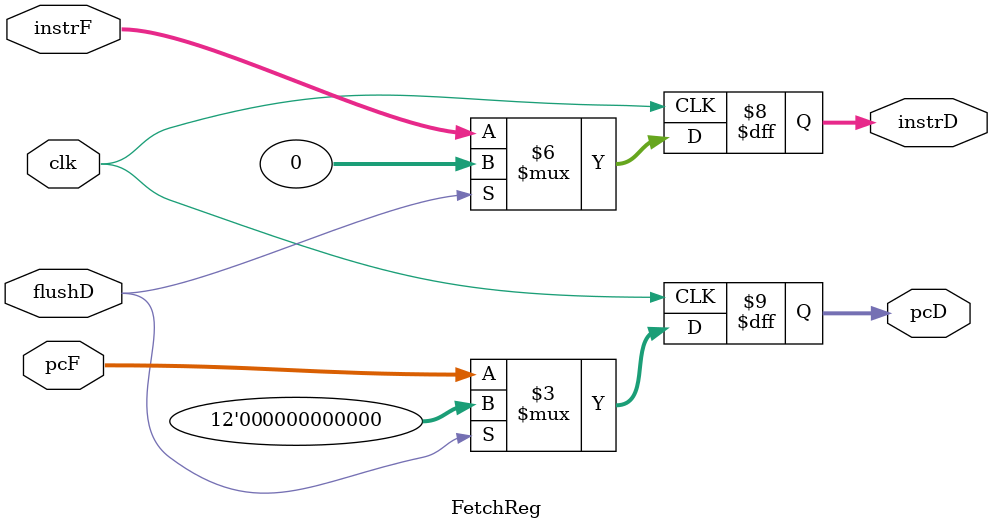
<source format=sv>
module FetchReg #(
    parameter DATA_WIDTH=32,ROM_WIDTH=12, RF_WIDTH=5
)(
    input logic clk, 
    input logic [DATA_WIDTH-1:0] instrF,
    input logic [ROM_WIDTH-1:0] pcF,
    input logic flushD,
    output logic [DATA_WIDTH-1:0] instrD,
    output logic [ROM_WIDTH-1:0] pcD

);

always_ff @(posedge clk) begin
    if (flushD)begin
        instrD<=0;
        pcD<=0;
    end
    else begin
        instrD<=instrF;
        pcD<=pcF;
    end
end

endmodule


</source>
